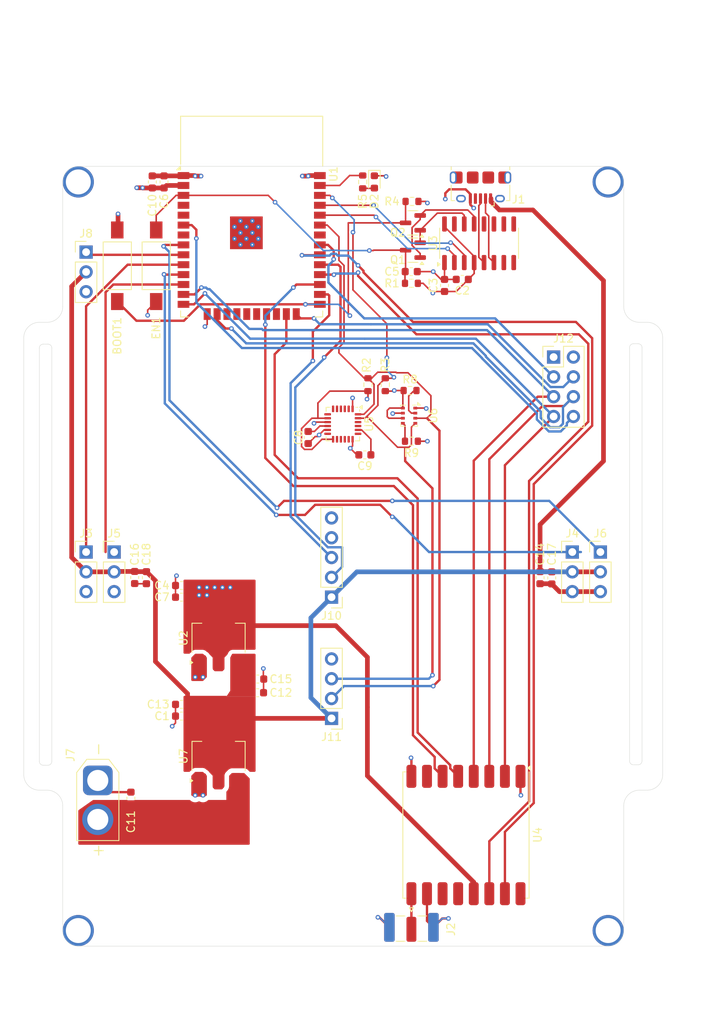
<source format=kicad_pcb>
(kicad_pcb (version 20241229) (generator "pcbnew") (generator_version "9.0")
  (layers (0 "F.Cu" signal) (4 "In1.Cu" power) (6 "In2.Cu" power) (2 "B.Cu" signal) (13 "F.Paste" user) (15 "B.Paste" user) (5 "F.SilkS" user "F.Silkscreen") (7 "B.SilkS" user "B.Silkscreen") (1 "F.Mask" user) (3 "B.Mask" user) (25 "Edge.Cuts" user))
  (net 0 "")
  (net 1 "GND")
  (net 2 "ESP32_IO0")
  (net 3 "+5V")
  (net 4 "+3V3")
  (net 5 "ESP32_EN")
  (net 6 "Net-(U5-REGOUT)")
  (net 7 "Net-(U5-CPOUT)")
  (net 8 "+BATT")
  (net 9 "Net-(D2-A)")
  (net 11 "D+")
  (net 13 "D-")
  (net 14 "Net-(J2-In)")
  (net 15 "SR1")
  (net 16 "SR2")
  (net 17 "SR3")
  (net 18 "SR4")
  (net 19 "MOTOR")
  (net 20 "UART_TX")
  (net 22 "UART_RX")
  (net 23 "SCL")
  (net 24 "SDA")
  (net 25 "MISO")
  (net 26 "MOSI")
  (net 27 "NRF_IRQ")
  (net 28 "NRF_CE")
  (net 29 "SCLK")
  (net 30 "NRF_CC")
  (net 31 "Net-(Q1-G)")
  (net 32 "Net-(Q1-S)")
  (net 33 "Net-(U1-IO23)")
  (net 34 "Net-(U6-CSB)")
  (net 35 "Net-(U6-SDO)")
  (net 36 "LORA_RST")
  (net 40 "RX-PROG")
  (net 41 "SS")
  (net 43 "DIO0")
  (net 47 "DIO1")
  (net 50 "TX-PROG")
  (net 61 "DIO2")
  (net 75 "MPU_IRQ")
  (footprint "RF_Module:ESP32-WROOM-32" (layer "F.Cu") (at 117.25 39.435)
    (property "Reference" "U1")
    (property "Value" "ESP32-WROOM-32")
  )
  (footprint "Capacitor_SMD:C_0603_1608Metric" (layer "F.Cu") (at 154.2625 82.75 -90)
    (property "Reference" "C14")
    (property "Value" "C")
  )
  (footprint "Connector_Coaxial:SMA_Samtec_SMA-J-P-H-ST-EM1_EdgeMount" (layer "F.Cu") (at 137.75 127.8375 -90)
    (property "Reference" "J2")
    (property "Value" "Conn_Coaxial")
  )
  (footprint "Capacitor_SMD:C_0603_1608Metric" (layer "F.Cu") (at 118.025 95.75)
    (property "Reference" "C15")
    (property "Value" "C")
  )
  (footprint "Resistor_SMD:R_0603_1608Metric" (layer "F.Cu") (at 137.575 58.75)
    (property "Reference" "R8")
    (property "Value" "10K")
  )
  (footprint "Capacitor_SMD:C_0603_1608Metric" (layer "F.Cu") (at 104.5 32 90)
    (property "Reference" "C10")
    (property "Value" "C")
  )
  (footprint "Capacitor_SMD:C_0603_1608Metric" (layer "F.Cu") (at 137.725 43.5)
    (property "Reference" "C5")
    (property "Value" "C")
  )
  (footprint "Capacitor_SMD:C_0603_1608Metric" (layer "F.Cu") (at 131.775 67 180)
    (property "Reference" "C9")
    (property "Value" "C")
  )
  (footprint "Connector_USB:USB_Micro-B_Amphenol_10118194_Horizontal" (layer "F.Cu") (at 146.614428 32.734416 180)
    (property "Reference" "J1")
    (property "Value" "USB_B_Micro")
  )
  (footprint "Connector_PinHeader_2.54mm:PinHeader_1x03_P2.54mm_Vertical" (layer "F.Cu") (at 162 79.46)
    (property "Reference" "J6")
    (property "Value" "Conn_01x03")
  )
  (footprint "Connector_PinHeader_2.54mm:PinHeader_1x03_P2.54mm_Vertical" (layer "F.Cu") (at 99.6 79.46)
    (property "Reference" "J5")
    (property "Value" "Conn_01x03")
  )
  (footprint "Connector_PinHeader_2.54mm:PinHeader_2x04_P2.54mm_Vertical" (layer "F.Cu") (at 156 54.46)
    (property "Reference" "J12")
    (property "Value" "Conn_02x04_Odd_Even")
  )
  (footprint "Connector_PinHeader_2.54mm:PinHeader_1x05_P2.54mm_Vertical" (layer "F.Cu") (at 127.5 85.25 180)
    (property "Reference" "J10")
    (property "Value" "Conn_01x05_Pin")
  )
  (footprint "Connector_PinHeader_2.54mm:PinHeader_1x04_P2.54mm_Vertical" (layer "F.Cu") (at 127.5 100.79 180)
    (property "Reference" "J11")
    (property "Value" "Conn_01x04_Pin")
  )
  (footprint "Resistor_SMD:R_0603_1608Metric" (layer "F.Cu") (at 134.4 58 -90)
    (property "Reference" "R3")
    (property "Value" "R_Small")
  )
  (footprint "Package_TO_SOT_SMD:SOT-223-3_TabPin2" (layer "F.Cu") (at 113 105.65 90)
    (property "Reference" "U7")
    (property "Value" "AMS1117-5")
  )
  (footprint "Capacitor_SMD:C_0603_1608Metric" (layer "F.Cu") (at 101.75 111.025 90)
    (property "Reference" "C11")
    (property "Value" "C")
  )
  (footprint "Capacitor_SMD:C_0603_1608Metric" (layer "F.Cu") (at 108.25 83.75 180)
    (property "Reference" "C4")
    (property "Value" "C")
  )
  (footprint "Capacitor_SMD:C_0603_1608Metric" (layer "F.Cu") (at 144.275 44.5 180)
    (property "Reference" "C2")
    (property "Value" "C")
  )
  (footprint "RF_Module:HOPERF_RFM9XW_SMD" (layer "F.Cu") (at 144.75 115.75 -90)
    (property "Reference" "U4")
    (property "Value" "RFM95W-868S2")
  )
  (footprint "Connector_PinHeader_2.54mm:PinHeader_1x03_P2.54mm_Vertical" (layer "F.Cu") (at 96 79.46)
    (property "Reference" "J3")
    (property "Value" "Conn_01x03")
  )
  (footprint "Package_TO_SOT_SMD:SOT-23" (layer "F.Cu") (at 137.9375 37.25 180)
    (property "Reference" "Q2")
    (property "Value" "BSS138")
  )
  (footprint "Capacitor_SMD:C_0603_1608Metric" (layer "F.Cu") (at 118 97.5)
    (property "Reference" "C12")
    (property "Value" "C")
  )
  (footprint "Package_TO_SOT_SMD:SOT-223-3_TabPin2" (layer "F.Cu") (at 113 90.5 90)
    (property "Reference" "U2")
    (property "Value" "AMS1117-3.3")
  )
  (footprint "Package_TO_SOT_SMD:SOT-23" (layer "F.Cu") (at 137.9375 40.75 180)
    (property "Reference" "Q1")
    (property "Value" "BSS138")
  )
  (footprint "Capacitor_SMD:C_0603_1608Metric" (layer "F.Cu") (at 108.25 85.25)
    (property "Reference" "C7")
    (property "Value" "C")
  )
  (footprint "Button_Switch_SMD:SW_SPST_FSMSM" (layer "F.Cu") (at 105 42.75 90)
    (property "Reference" "EN1")
    (property "Value" "SW_Push")
  )
  (footprint "Capacitor_SMD:C_0603_1608Metric" (layer "F.Cu") (at 108.25 99 180)
    (property "Reference" "C13")
    (property "Value" "C")
  )
  (footprint "Capacitor_SMD:C_0603_1608Metric" (layer "F.Cu") (at 102.2375 82.725 -90)
    (property "Reference" "C16")
    (property "Value" "C")
  )
  (footprint "Capacitor_SMD:C_0603_1608Metric" (layer "F.Cu") (at 155.7625 82.775 -90)
    (property "Reference" "C17")
    (property "Value" "C")
  )
  (footprint "Sensor_Motion:InvenSense_QFN-24_4x4mm_P0.5mm" (layer "F.Cu") (at 128.95 63.05 -90)
    (property "Reference" "U5")
    (property "Value" "MPU-6050")
  )
  (footprint "Capacitor_SMD:C_0603_1608Metric" (layer "F.Cu") (at 124.5 64.775 -90)
    (property "Reference" "C8")
    (property "Value" "C")
  )
  (footprint "Connector_PinHeader_2.54mm:PinHeader_1x03_P2.54mm_Vertical" (layer "F.Cu") (at 158.4 79.46)
    (property "Reference" "J4")
    (property "Value" "Conn_01x03")
  )
  (footprint "Button_Switch_SMD:SW_SPST_FSMSM" (layer "F.Cu") (at 100 42.75 90)
    (property "Reference" "BOOT1")
    (property "Value" "SW_Push")
  )
  (footprint "Capacitor_SMD:C_0603_1608Metric" (layer "F.Cu") (at 103.7375 82.75 -90)
    (property "Reference" "C18")
    (property "Value" "C")
  )
  (footprint "Resistor_SMD:R_0603_1608Metric" (layer "F.Cu") (at 137.825 34.5 180)
    (property "Reference" "R4")
    (property "Value" "R_Small")
  )
  (footprint "Resistor_SMD:R_0603_1608Metric" (layer "F.Cu") (at 137.75 65.25)
    (property "Reference" "R9")
    (property "Value" "10K")
  )
  (footprint "Connector_AMASS:AMASS_XT30U-F_1x02_P5.0mm_Vertical" (layer "F.Cu") (at 97.5 108.75 -90)
    (property "Reference" "J7")
    (property "Value" "Conn_01x02")
  )
  (footprint "Capacitor_SMD:C_0603_1608Metric" (layer "F.Cu") (at 142 45.275 90)
    (property "Reference" "C3")
    (property "Value" "C")
  )
  (footprint "Resistor_SMD:R_0603_1608Metric" (layer "F.Cu") (at 131.5 32 -90)
    (property "Reference" "R5")
    (property "Value" "R_Small")
  )
  (footprint "Resistor_SMD:R_0603_1608Metric" (layer "F.Cu") (at 132.175 58 -90)
    (property "Reference" "R2")
    (property "Value" "R_Small")
  )
  (footprint "Capacitor_SMD:C_0603_1608Metric" (layer "F.Cu") (at 108.25 100.5 180)
    (property "Reference" "C1")
    (property "Value" "C")
  )
  (footprint "LED_SMD:LED_0603_1608Metric" (layer "F.Cu") (at 133 32 -90)
    (property "Reference" "D2")
    (property "Value" "LED")
  )
  (footprint "Package_SO:SOIC-16_3.9x9.9mm_P1.27mm" (layer "F.Cu") (at 146.437641 39.867294 90)
    (property "Reference" "U3")
    (property "Value" "CH340C")
  )
  (footprint "Connector_PinHeader_2.54mm:PinHeader_1x03_P2.54mm_Vertical" (layer "F.Cu") (at 96 41)
    (property "Reference" "J8")
    (property "Value" "Conn_01x03")
  )
  (footprint "Package_LGA:Bosch_LGA-8_2x2.5mm_P0.65mm_ClockwisePinNumbering" (layer "F.Cu") (at 137.45 61.975 -90)
    (property "Reference" "U6")
    (property "Value" "BMP280")
  )
  (footprint "Capacitor_SMD:C_0603_1608Metric" (layer "F.Cu") (at 106 32 90)
    (property "Reference" "C6")
    (property "Value" "C")
  )
  (footprint "Resistor_SMD:R_0603_1608Metric" (layer "F.Cu") (at 137.75 45 180)
    (property "Reference" "R1")
    (property "Value" "R_Small")
  )
  (gr_arc (start 93 32) (mid 93.585786 30.585786) (end 95 30) (stroke (width 0.05)) (layer "Edge.Cuts"))
  (gr_line (start 163 130) (end 95 130) (stroke (width 0.05)) (layer "Edge.Cuts"))
  (gr_line (start 165 112) (end 165 128) (stroke (width 0.05)) (layer "Edge.Cuts"))
  (gr_arc (start 93 48) (mid 92.414214 49.414214) (end 91 50) (stroke (width 0.05)) (layer "Edge.Cuts"))
  (gr_line (start 90 53.3) (end 90 106.3) (stroke (width 0.05)) (layer "Edge.Cuts"))
  (gr_arc (start 90 53.3) (mid 90.146447 52.946447) (end 90.5 52.8) (stroke (width 0.05)) (layer "Edge.Cuts"))
  (gr_line (start 90 110) (end 91 110) (stroke (width 0.05)) (layer "Edge.Cuts"))
  (gr_line (start 165.746447 53.246447) (end 165.746447 106.246447) (stroke (width 0.05)) (layer "Edge.Cuts"))
  (gr_arc (start 165.746447 53.246447) (mid 165.892894 52.892894) (end 166.246447 52.746447) (stroke (width 0.05)) (layer "Edge.Cuts"))
  (gr_arc (start 90 110) (mid 88.585786 109.414214) (end 88 108) (stroke (width 0.05)) (layer "Edge.Cuts"))
  (gr_arc (start 91 110) (mid 92.414214 110.585786) (end 93 112) (stroke (width 0.05)) (layer "Edge.Cuts"))
  (gr_line (start 163 30) (end 95 30) (stroke (width 0.05)) (layer "Edge.Cuts"))
  (gr_arc (start 167.346447 106.246447) (mid 167.2 106.6) (end 166.846447 106.746447) (stroke (width 0.05)) (layer "Edge.Cuts"))
  (gr_line (start 93 112) (end 93 128) (stroke (width 0.05)) (layer "Edge.Cuts"))
  (gr_line (start 93 32) (end 93 48) (stroke (width 0.05)) (layer "Edge.Cuts"))
  (gr_line (start 91 50) (end 90 50) (stroke (width 0.05)) (layer "Edge.Cuts"))
  (gr_arc (start 90.5 106.8) (mid 90.146447 106.653553) (end 90 106.3) (stroke (width 0.05)) (layer "Edge.Cuts"))
  (gr_arc (start 165 112) (mid 165.585786 110.585786) (end 167 110) (stroke (width 0.05)) (layer "Edge.Cuts"))
  (gr_line (start 166.246447 106.746447) (end 166.846447 106.746447) (stroke (width 0.05)) (layer "Edge.Cuts"))
  (gr_line (start 88 52) (end 88 108) (stroke (width 0.05)) (layer "Edge.Cuts"))
  (gr_line (start 170 52) (end 170 108) (stroke (width 0.05)) (layer "Edge.Cuts"))
  (gr_arc (start 170 108) (mid 169.414214 109.414214) (end 168 110) (stroke (width 0.05)) (layer "Edge.Cuts"))
  (gr_arc (start 168 50) (mid 169.414214 50.585786) (end 170 52) (stroke (width 0.05)) (layer "Edge.Cuts"))
  (gr_line (start 165 32) (end 165 48) (stroke (width 0.05)) (layer "Edge.Cuts"))
  (gr_arc (start 163 30) (mid 164.414214 30.585786) (end 165 32) (stroke (width 0.05)) (layer "Edge.Cuts"))
  (gr_arc (start 95 130) (mid 93.585786 129.414214) (end 93 128) (stroke (width 0.05)) (layer "Edge.Cuts"))
  (gr_line (start 167.346447 106.246447) (end 167.346447 53.246447) (stroke (width 0.05)) (layer "Edge.Cuts"))
  (gr_arc (start 91.6 106.3) (mid 91.453553 106.653553) (end 91.1 106.8) (stroke (width 0.05)) (layer "Edge.Cuts"))
  (gr_arc (start 88 52) (mid 88.585786 50.585786) (end 90 50) (stroke (width 0.05)) (layer "Edge.Cuts"))
  (gr_arc (start 166.246447 106.746447) (mid 165.892894 106.6) (end 165.746447 106.246447) (stroke (width 0.05)) (layer "Edge.Cuts"))
  (gr_line (start 91.6 106.3) (end 91.6 53.3) (stroke (width 0.05)) (layer "Edge.Cuts"))
  (gr_line (start 167 50) (end 168 50) (stroke (width 0.05)) (layer "Edge.Cuts"))
  (gr_arc (start 167 50) (mid 165.585786 49.414214) (end 165 48) (stroke (width 0.05)) (layer "Edge.Cuts"))
  (gr_arc (start 165 128) (mid 164.414214 129.414214) (end 163 130) (stroke (width 0.05)) (layer "Edge.Cuts"))
  (gr_line (start 90.5 106.8) (end 91.1 106.8) (stroke (width 0.05)) (layer "Edge.Cuts"))
  (gr_line (start 91.1 52.8) (end 90.5 52.8) (stroke (width 0.05)) (layer "Edge.Cuts"))
  (gr_arc (start 91.1 52.8) (mid 91.453553 52.946447) (end 91.6 53.3) (stroke (width 0.05)) (layer "Edge.Cuts"))
  (gr_line (start 168 110) (end 167 110) (stroke (width 0.05)) (layer "Edge.Cuts"))
  (gr_line (start 166.846447 52.746447) (end 166.246447 52.746447) (stroke (width 0.05)) (layer "Edge.Cuts"))
  (gr_arc (start 166.846447 52.746447) (mid 167.2 52.892894) (end 167.346447 53.246447) (stroke (width 0.05)) (layer "Edge.Cuts"))
  (segment (start 156.7525 84.54) (end 155.7625 83.55) (width 0.6) (layer "F.Cu") (net 1))
  (segment (start 162 84.54) (end 158.4 84.54) (width 0.6) (layer "F.Cu") (net 1))
  (segment (start 107.475 82.625) (end 107.6 82.5) (width 0.2) (layer "F.Cu") (net 1))
  (segment (start 145.314428 33.564428) (end 144.7 32.95) (width 0.3) (layer "F.Cu") (net 1))
  (segment (start 130.2 65.85) (end 129.9 66.15) (width 0.2) (layer "F.Cu") (net 1))
  (segment (start 142 44.5) (end 142 42.349653) (width 0.2) (layer "F.Cu") (net 1))
  (segment (start 125.9 64.441176) (end 125.9 64.45) (width 0.2) (layer "F.Cu") (net 1))
  (segment (start 142.1 33.45) (end 142.1 34.2) (width 0.3) (layer "F.Cu") (net 1))
  (segment (start 134.4125 31.2125) (end 134.5 31.3) (width 0.2) (layer "F.Cu") (net 1))
  (segment (start 110.75 31.25) (end 110 31.25) (width 0.6) (layer "F.Cu") (net 1))
  (segment (start 154.2625 83.525) (end 155.7375 83.525) (width 0.6) (layer "F.Cu") (net 1))
  (segment (start 131 67) (end 130.75 67) (width 0.2) (layer "F.Cu") (net 1))
  (segment (start 100.1 38.06) (end 100 38.16) (width 0.6) (layer "F.Cu") (net 1))
  (segment (start 100.1 36.1) (end 100.1 38.06) (width 0.6) (layer "F.Cu") (net 1))
  (segment (start 118.775 95.775) (end 118.8 95.75) (width 0.2) (layer "F.Cu") (net 1))
  (segment (start 118.75 95.7) (end 118.8 95.75) (width 0.2) (layer "F.Cu") (net 1))
  (segment (start 130.75 67) (end 129.9 66.15) (width 0.2) (layer "F.Cu") (net 1))
  (segment (start 127 63.8) (end 126.541176 63.8) (width 0.2) (layer "F.Cu") (net 1))
  (segment (start 118.775 97.5) (end 118.775 95.775) (width 0.2) (layer "F.Cu") (net 1))
  (segment (start 151.75 110.6) (end 151.8 110.65) (width 0.3) (layer "F.Cu") (net 1))
  (segment (start 126.541176 63.8) (end 125.9 64.441176) (width 0.2) (layer "F.Cu") (net 1))
  (segment (start 108.46 31.225) (end 108.5 31.185) (width 0.6) (layer "F.Cu") (net 1))
  (segment (start 104.5 31.225) (end 106 31.225) (width 0.6) (layer "F.Cu") (net 1))
  (segment (start 111.54 48.945) (end 111.54 50.26) (width 0.2) (layer "F.Cu") (net 1))
  (segment (start 141.7125 126.45) (end 140.575 127.5875) (width 0.3) (layer "F.Cu") (net 1))
  (segment (start 139.6 61) (end 139.65 61.05) (width 0.2) (layer "F.Cu") (net 1))
  (segment (start 139.75 123.275) (end 139.75 126.7625) (width 0.3) (layer "F.Cu") (net 1))
  (segment (start 130.2 65) (end 130.2 65.85) (width 0.2) (layer "F.Cu") (net 1))
  (segment (start 124.5 65.55) (end 125.4 64.65) (width 0.2) (layer "F.Cu") (net 1))
  (segment (start 137.75 105.9) (end 137.7 105.85) (width 0.3) (layer "F.Cu") (net 1))
  (segment (start 125.7 64.65) (end 125.9 64.45) (width 0.2) (layer "F.Cu") (net 1))
  (segment (start 135.4 61.65) (end 135.35 61.7) (width 0.2) (layer "F.Cu") (net 1))
  (segment (start 111.54 50.26) (end 111.25 50.55) (width 0.2) (layer "F.Cu") (net 1))
  (segment (start 108.5 31.185) (end 109.935 31.185) (width 0.6) (layer "F.Cu") (net 1))
  (segment (start 107.475 101.375) (end 107.05 101.8) (width 0.2) (layer "F.Cu") (net 1))
  (segment (start 142.5 126.45) (end 141.7125 126.45) (width 0.3) (layer "F.Cu") (net 1))
  (segment (start 107.475 83.75) (end 107.475 82.625) (width 0.2) (layer "F.Cu") (net 1))
  (segment (start 106 31.225) (end 108.46 31.225) (width 0.6) (layer "F.Cu") (net 1))
  (segment (start 101.75 110.25) (end 99 110.25) (width 0.3) (layer "F.Cu") (net 1))
  (segment (start 102.2625 83.525) (end 102.2375 83.5) (width 0.2) (layer "F.Cu") (net 1))
  (segment (start 151.75 108.225) (end 151.75 110.6) (width 0.3) (layer "F.Cu") (net 1))
  (segment (start 143.5 44.5) (end 142 44.5) (width 0.2) (layer "F.Cu") (net 1))
  (segment (start 103.9 48.44) (end 103.9 49.1) (width 0.2) (layer "F.Cu") (net 1))
  (segment (start 126 31.185) (end 124.565 31.185) (width 0.6) (layer "F.Cu") (net 1))
  (segment (start 137.75 108.225) (end 137.75 105.9) (width 0.3) (layer "F.Cu") (net 1))
  (segment (start 138.575 65.25) (end 139.8 65.25) (width 0.2) (layer "F.Cu") (net 1))
  (segment (start 133.6375 126.3) (end 134.925 127.5875) (width 0.3) (layer "F.Cu") (net 1))
  (segment (start 107.475 100.5) (end 107.475 101.375) (width 0.2) (layer "F.Cu") (net 1))
  (segment (start 145.314428 34.134416) (end 145.314428 33.564428) (width 0.3) (layer "F.Cu") (net 1))
  (segment (start 130.2 61.1) (end 130.2 59.7) (width 0.2) (layer "F.Cu") (net 1))
  (segment (start 105 47.34) (end 103.9 48.44) (width 0.2) (layer "F.Cu") (net 1))
  (segment (start 125.4 64.65) (end 125.7 64.65) (width 0.2) (layer "F.Cu") (net 1))
  (segment (start 144.7 32.95) (end 142.6 32.95) (width 0.3) (layer "F.Cu") (net 1))
  (segment (start 136.65 61.65) (end 135.4 61.65) (width 0.2) (layer "F.Cu") (net 1))
  (segment (start 99 110.25) (end 97.5 108.75) (width 0.3) (layer "F.Cu") (net 1))
  (segment (start 142 42.349653) (end 141.992641 42.342294) (width 0.2) (layer "F.Cu") (net 1))
  (segment (start 107.475 99) (end 107.475 100.5) (width 0.2) (layer "F.Cu") (net 1))
  (segment (start 133 31.2125) (end 134.4125 31.2125) (width 0.2) (layer "F.Cu") (net 1))
  (segment (start 145.75 35.35) (end 145.314428 34.914428) (width 0.3) (layer "F.Cu") (net 1))
  (segment (start 124.565 31.185) (end 124.5 31.25) (width 0.6) (layer "F.Cu") (net 1))
  (segment (start 123.75 31.25) (end 124.5 31.25) (width 0.6) (layer "F.Cu") (net 1))
  (segment (start 109.935 31.185) (end 110 31.25) (width 0.6) (layer "F.Cu") (net 1))
  (segment (start 158.4 84.54) (end 156.7525 84.54) (width 0.6) (layer "F.Cu") (net 1))
  (segment (start 141.55 44.5) (end 140.55 43.5) (width 0.2) (layer "F.Cu") (net 1))
  (segment (start 142 44.5) (end 141.55 44.5) (width 0.2) (layer "F.Cu") (net 1))
  (segment (start 107.475 85.25) (end 107.475 83.75) (width 0.2) (layer "F.Cu") (net 1))
  (segment (start 118.75 94.4) (end 118.75 95.7) (width 0.2) (layer "F.Cu") (net 1))
  (segment (start 133.45 126.3) (end 133.6375 126.3) (width 0.3) (layer "F.Cu") (net 1))
  (segment (start 125.4 62.8) (end 125.25 62.95) (width 0.2) (layer "F.Cu") (net 1))
  (segment (start 138.5 43.5) (end 140.55 43.5) (width 0.2) (layer "F.Cu") (net 1))
  (segment (start 142.6 32.95) (end 142.1 33.45) (width 0.3) (layer "F.Cu") (net 1))
  (segment (start 138.25 61) (end 139.6 61) (width 0.2) (layer "F.Cu") (net 1))
  (segment (start 127 62.8) (end 125.4 62.8) (width 0.2) (layer "F.Cu") (net 1))
  (segment (start 145.314428 34.914428) (end 145.314428 34.134416) (width 0.3) (layer "F.Cu") (net 1))
  (segment (start 139.75 126.7625) (end 140.575 127.5875) (width 0.3) (layer "F.Cu") (net 1))
  (segment (start 103.7375 83.525) (end 102.2625 83.525) (width 0.2) (layer "F.Cu") (net 1))
  (via (at 100.1 36.1) (size 0.6) (drill 0.3) (layers "F.Cu" "B.Cu") (net 1))
  (via (at 142.1 34.2) (size 0.6) (drill 0.3) (layers "F.Cu" "B.Cu") (net 1))
  (via (at 145.75 35.35) (size 0.6) (drill 0.3) (layers "F.Cu" "B.Cu") (net 1))
  (via (at 123.75 31.25) (size 0.6) (drill 0.3) (layers "F.Cu" "B.Cu") (net 1))
  (via (at 110 31.25) (size 0.6) (drill 0.3) (layers "F.Cu" "B.Cu") (net 1))
  (via (at 142.5 126.45) (size 0.6) (drill 0.3) (layers "F.Cu" "B.Cu") (net 1))
  (via (at 110.75 31.25) (size 0.6) (drill 0.3) (layers "F.Cu" "B.Cu") (net 1))
  (via (at 134.5 31.3) (size 0.6) (drill 0.3) (layers "F.Cu" "B.Cu") (net 1))
  (via (at 95 128) (size 4) (drill 3.2) (layers "F.Cu" "B.Cu") (net 1))
  (via (at 163 128) (size 4) (drill 3.2) (layers "F.Cu" "B.Cu") (net 1))
  (via (at 124.5 31.25) (size 0.6) (drill 0.3) (layers "F.Cu" "B.Cu") (net 1))
  (via (at 137.7 105.85) (size 0.6) (drill 0.3) (layers "F.Cu" "B.Cu") (net 1))
  (via (at 111.25 50.55) (size 0.6) (drill 0.3) (layers "F.Cu" "B.Cu") (net 1))
  (via (at 125.25 62.95) (size 0.6) (drill 0.3) (layers "F.Cu" "B.Cu") (net 1))
  (via (at 111 110.65) (size 0.6) (drill 0.3) (layers "F.Cu" "B.Cu") (net 1))
  (via (at 95 32) (size 4) (drill 3.2) (layers "F.Cu" "B.Cu") (net 1))
  (via (at 139.65 61.05) (size 0.6) (drill 0.3) (layers "F.Cu" "B.Cu") (net 1))
  (via (at 163 32) (size 4) (drill 3.2) (layers "F.Cu" "B.Cu") (net 1))
  (via (at 129.9 66.15) (size 0.6) (drill 0.3) (layers "F.Cu" "B.Cu") (net 1))
  (via (at 107.6 82.5) (size 0.6) (drill 0.3) (layers "F.Cu" "B.Cu") (net 1))
  (via (at 125.9 64.45) (size 0.6) (drill 0.3) (layers "F.Cu" "B.Cu") (net 1))
  (via (at 107.05 101.8) (size 0.6) (drill 0.3) (layers "F.Cu" "B.Cu") (net 1))
  (via (at 130.2 59.7) (size 0.6) (drill 0.3) (layers "F.Cu" "B.Cu") (net 1))
  (via (at 151.8 110.65) (size 0.6) (drill 0.3) (layers "F.Cu" "B.Cu") (net 1))
  (via (at 135.35 61.7) (size 0.6) (drill 0.3) (layers "F.Cu" "B.Cu") (net 1))
  (via (at 111 95.5) (size 0.6) (drill 0.3) (layers "F.Cu" "B.Cu") (net 1))
  (via (at 110 95.5) (size 0.6) (drill 0.3) (layers "F.Cu" "B.Cu") (net 1))
  (via (at 103.9 49.1) (size 0.6) (drill 0.3) (layers "F.Cu" "B.Cu") (net 1))
  (via (at 133.45 126.3) (size 0.6) (drill 0.3) (layers "F.Cu" "B.Cu") (net 1))
  (via (at 139.8 65.25) (size 0.6) (drill 0.3) (layers "F.Cu" "B.Cu") (net 1))
  (via (at 140.55 43.5) (size 0.6) (drill 0.3) (layers "F.Cu" "B.Cu") (net 1))
  (via (at 118.75 94.4) (size 0.6) (drill 0.3) (layers "F.Cu" "B.Cu") (net 1))
  (via (at 110 110.65) (size 0.6) (drill 0.3) (layers "F.Cu" "B.Cu") (net 1))
  (segment (start 133.6375 126.3) (end 133.45 126.3) (width 0.2) (layer "B.Cu") (net 1))
  (segment (start 134.925 127.5875) (end 133.6375 126.3) (width 0.2) (layer "B.Cu") (net 1))
  (segment (start 140.575 127.5875) (end 141.7125 126.45) (width 0.2) (layer "B.Cu") (net 1))
  (segment (start 141.7125 126.45) (end 142.5 126.45) (width 0.2) (layer "B.Cu") (net 1))
  (segment (start 102.46 49.8) (end 108.55 49.8) (width 0.3) (layer "F.Cu") (net 2))
  (segment (start 100 47.34) (end 102.46 49.8) (width 0.3) (layer "F.Cu") (net 2))
  (segment (start 110.655 47.695) (end 124.15 47.695) (width 0.3) (layer "F.Cu") (net 2))
  (segment (start 137 37.25) (end 129.65 37.25) (width 0.2) (layer "F.Cu") (net 2))
  (segment (start 108.55 49.8) (end 110.655 47.695) (width 0.3) (layer "F.Cu") (net 2))
  (segment (start 129.65 48.95) (end 129.85 49.15) (width 0.2) (layer "F.Cu") (net 2))
  (segment (start 124.15 47.695) (end 126 47.695) (width 0.3) (layer "F.Cu") (net 2))
  (segment (start 137 34.5) (end 137 37.25) (width 0.2) (layer "F.Cu") (net 2))
  (segment (start 129.65 37.25) (end 129.65 48.95) (width 0.2) (layer "F.Cu") (net 2))
  (via (at 129.85 49.15) (size 0.6) (drill 0.3) (layers "F.Cu" "B.Cu") (net 2))
  (via (at 124.15 47.695) (size 0.6) (drill 0.3) (layers "F.Cu" "B.Cu") (net 2))
  (segment (start 128.395 47.695) (end 124.15 47.695) (width 0.2) (layer "B.Cu") (net 2))
  (segment (start 129.85 49.15) (end 128.395 47.695) (width 0.2) (layer "B.Cu") (net 2))
  (segment (start 147.965428 34.134416) (end 147.965428 34.515688) (width 0.6) (layer "F.Cu") (net 3))
  (segment (start 109.025 97.625) (end 104.9 93.5) (width 0.6) (layer "F.Cu") (net 3))
  (segment (start 99.65 81.95) (end 99.6 82) (width 0.6) (layer "F.Cu") (net 3))
  (segment (start 127.5 100.79) (end 116.84 100.79) (width 0.6) (layer "F.Cu") (net 3))
  (segment (start 96 43.54) (end 94.15 45.39) (width 0.6) (layer "F.Cu") (net 3))
  (segment (start 116.84 100.79) (end 116.7 100.65) (width 0.6) (layer "F.Cu") (net 3))
  (segment (start 154.2625 75.9375) (end 154.2625 81.975) (width 0.6) (layer "F.Cu") (net 3))
  (segment (start 102.2625 81.975) (end 102.2375 81.95) (width 0.6) (layer "F.Cu") (net 3))
  (segment (start 109.025 99) (end 109.025 97.625) (width 0.6) (layer "F.Cu") (net 3))
  (segment (start 104.9 93.5) (end 104.9 83.1375) (width 0.6) (layer "F.Cu") (net 3))
  (segment (start 103.7375 81.975) (end 102.2625 81.975) (width 0.6) (layer "F.Cu") (net 3))
  (segment (start 153.35 35.6) (end 162.4 44.65) (width 0.6) (layer "F.Cu") (net 3))
  (segment (start 162 82) (end 158.4 82) (width 0.6) (layer "F.Cu") (net 3))
  (segment (start 102.2375 81.95) (end 99.65 81.95) (width 0.6) (layer "F.Cu") (net 3))
  (segment (start 94.15 80.15) (end 96 82) (width 0.6) (layer "F.Cu") (net 3))
  (segment (start 94.15 45.39) (end 94.15 80.15) (width 0.6) (layer "F.Cu") (net 3))
  (segment (start 104.9 83.1375) (end 103.7375 81.975) (width 0.6) (layer "F.Cu") (net 3))
  (segment (start 158.4 82) (end 155.7625 82) (width 0.6) (layer "F.Cu") (net 3))
  (segment (start 96 82) (end 99.6 82) (width 0.6) (layer "F.Cu") (net 3))
  (segment (start 102.1875 82) (end 102.2375 81.95) (width 0.6) (layer "F.Cu") (net 3))
  (segment (start 154.2625 81.975) (end 155.7375 81.975) (width 0.6) (layer "F.Cu") (net 3))
  (segment (start 149.04974 35.6) (end 153.35 35.6) (width 0.6) (layer "F.Cu") (net 3))
  (segment (start 147.965428 34.515688) (end 149.04974 35.6) (width 0.6) (layer "F.Cu") (net 3))
  (segment (start 162.4 44.65) (end 162.4 67.8) (width 0.6) (layer "F.Cu") (net 3))
  (segment (start 162.4 67.8) (end 154.2625 75.9375) (width 0.6) (layer "F.Cu") (net 3))
  (segment (start 124.85 87.9) (end 127.5 85.25) (width 0.6) (layer "B.Cu") (net 3))
  (segment (start 124.85 98.14) (end 124.85 87.9) (width 0.6) (layer "B.Cu") (net 3))
  (segment (start 130.75 82) (end 127.5 85.25) (width 0.6) (layer "B.Cu") (net 3))
  (segment (start 130.75 82) (end 158.4 82) (width 0.6) (layer "B.Cu") (net 3))
  (segment (start 127.5 100.79) (end 124.85 98.14) (width 0.6) (layer "B.Cu") (net 3))
  (segment (start 132.175 58.825) (end 132.175 59.725) (width 0.2) (layer "F.Cu") (net 4))
  (segment (start 145.75 121.8) (end 132.1 108.15) (width 0.6) (layer "F.Cu") (net 4))
  (segment (start 145.75 123.275) (end 145.75 121.8) (width 0.6) (layer "F.Cu") (net 4))
  (segment (start 136.65 58.85) (end 136.75 58.75) (width 0.2) (layer "F.Cu") (net 4))
  (segment (start 132.1 99.35) (end 132.1 92.95) (width 0.6) (layer "F.Cu") (net 4))
  (segment (start 140.5 46.25) (end 139.25 45) (width 0.2) (layer "F.Cu") (net 4))
  (segment (start 104.5 32.775) (end 106 32.775) (width 0.6) (layer "F.Cu") (net 4))
  (segment (start 134.65 62.1) (end 134.65 61.3) (width 0.2) (layer "F.Cu") (net 4))
  (segment (start 136.75 58.75) (end 135.55 58.75) (width 0.2) (layer "F.Cu") (net 4))
  (segment (start 126.27511 65) (end 127.7 65) (width 0.2) (layer "F.Cu") (net 4))
  (segment (start 134.95 61) (end 136.65 61) (width 0.2) (layer "F.Cu") (net 4))
  (segment (start 104.5 32.775) (end 103.275 32.775) (width 0.6) (layer "F.Cu") (net 4))
  (segment (start 139.25 45) (end 138.575 45) (width 0.2) (layer "F.Cu") (net 4))
  (segment (start 132.175 58.825) (end 127.275 58.825) (width 0.2) (layer "F.Cu") (net 4))
  (segment (start 128.05 88.9) (end 116.25 88.9) (width 0.6) (layer "F.Cu") (net 4))
  (segment (start 139.6 34.5) (end 139.8 34.7) (width 0.2) (layer "F.Cu") (net 4))
  (segment (start 132.175 59.725) (end 132.05 59.85) (width 0.2) (layer "F.Cu") (net 4))
  (segment (start 142 46.05) (end 140.7 46.05) (width 0.2) (layer "F.Cu") (net 4))
  (segment (start 140.7 46.05) (end 140.5 46.25) (width 0.2) (layer "F.Cu") (net 4))
  (segment (start 134.075 58.75) (end 134 58.825) (width 0.2) (layer "F.Cu") (net 4))
  (segment (start 134.4 58.825) (end 135.475 58.825) (width 0.2) (layer "F.Cu") (net 4))
  (segment (start 103.275 32.775) (end 103.25 32.75) (width 0.6) (layer "F.Cu") (net 4))
  (segment (start 123.65 65.92511) (end 124.02589 66.301) (width 0.2) (layer "F.Cu") (net 4))
  (segment (start 106.32 32.455) (end 106 32.775) (width 0.6) (layer "F.Cu") (net 4))
  (segment (start 141.992641 37.739262) (end 141.992641 37.392294) (width 0.2) (layer "F.Cu") (net 4))
  (segment (start 136.65 61) (end 136.65 58.85) (width 0.2) (layer "F.Cu") (net 4))
  (segment (start 102.5 32.75) (end 103.25 32.75) (width 0.6) (layer "F.Cu") (net 4))
  (segment (start 132.1 92.95) (end 128.05 88.9) (width 0.6) (layer "F.Cu") (net 4))
  (segment (start 124.97411 66.301) (end 126.27511 65) (width 0.2) (layer "F.Cu") (net 4))
  (segment (start 132.1 108.15) (end 132.1 99.35) (width 0.6) (layer "F.Cu") (net 4))
  (segment (start 108.5 32.455) (end 106.32 32.455) (width 0.6) (layer "F.Cu") (net 4))
  (segment (start 125.75 60.35) (end 125.75 62.3) (width 0.2) (layer "F.Cu") (net 4))
  (segment (start 145.802641 43.747359) (end 145.802641 42.342294) (width 0.2) (layer "F.Cu") (net 4))
  (segment (start 145.05 44.5) (end 143.5 46.05) (width 0.2) (layer "F.Cu") (net 4))
  (segment (start 136.65 62.3) (end 134.85 62.3) (width 0.2) (layer "F.Cu") (net 4))
  (segment (start 127 62.3) (end 125.75 62.3) (width 0.2) (layer "F.Cu") (net 4))
  (segment (start 134.85 62.3) (end 134.65 62.1) (width 0.2) (layer "F.Cu") (net 4))
  (segment (start 145.802641 42.342294) (end 145.802641 41.549262) (width 0.2) (layer "F.Cu") (net 4))
  (segment (start 138.65 34.5) (end 139.6 34.5) (width 0.2) (layer "F.Cu") (net 4))
  (segment (start 135.475 58.825) (end 135.55 58.75) (width 0.2) (layer "F.Cu") (net 4))
  (segment (start 145.05 44.5) (end 145.802641 43.747359) (width 0.2) (layer "F.Cu") (net 4))
  (segment (start 124.02589 66.301) (end 124.97411 66.301) (width 0.2) (layer "F.Cu") (net 4))
  (segment (start 125.75 62.3) (end 124.97489 62.3) (width 0.2) (layer "F.Cu") (net 4))
  (segment (start 127.275 58.825) (end 125.75 60.35) (width 0.2) (layer "F.Cu") (net 4))
  (segment (start 116.25 88.9) (end 116.1 88.75) (width 0.6) (layer "F.Cu") (net 4))
  (segment (start 123.65 63.62489) (end 123.65 65.92511) (width 0.2) (layer "F.Cu") (net 4))
  (segment (start 145.802641 41.549262) (end 141.992641 37.739262) (width 0.2) (layer "F.Cu") (net 4))
  (segment (start 134.65 61.3) (end 134.95 61) (width 0.2) (layer "F.Cu") (net 4))
  (segment (start 124.97489 62.3) (end 123.65 63.62489) (width 0.2) (layer "F.Cu") (net 4))
  (segment (start 143.5 46.05) (end 142 46.05) (width 0.2) (layer "F.Cu") (net 4))
  (via (at 110.5 84) (size 0.6) (drill 0.3) (layers "F.Cu" "B.Cu") (net 4))
  (via (at 103.25 32.75) (size 0.6) (drill 0.3) (layers "F.Cu" "B.Cu") (net 4))
  (via (at 139.8 34.7) (size 0.6) (drill 0.3) (layers "F.Cu" "B.Cu") (net 4))
  (via (at 132.05 59.85) (size 0.6) (drill 0.3) (layers "F.Cu" "B.Cu") (net 4))
  (via (at 135.55 58.75) (size 0.6) (drill 0.3) (layers "F.Cu" "B.Cu") (net 4))
  (via (at 140.5 46.25) (size 0.6) (drill 0.3) (layers "F.Cu" "B.Cu") (net 4))
  (via (at 111.5 84) (size 0.6) (drill 0.3) (layers "F.Cu" "B.Cu") (net 4))
  (via (at 110.5 85) (size 0.6) (drill 0.3) (layers "F.Cu" "B.Cu") (net 4))
  (via (at 113.5 84) (size 0.6) (drill 0.3) (layers "F.Cu" "B.Cu") (net 4))
  (via (at 102.5 32.75) (size 0.6) (drill 0.3) (layers "F.Cu" "B.Cu") (net 4))
  (via (at 114.5 84) (size 0.6) (drill 0.3) (layers "F.Cu" "B.Cu") (net 4))
  (via (at 112.5 84) (size 0.6) (drill 0.3) (layers "F.Cu" "B.Cu") (net 4))
  (via (at 111.5 85) (size 0.6) (drill 0.3) (layers "F.Cu" "B.Cu") (net 4))
  (segment (start 136.95 43.05) (end 137 43) (width 0.2) (layer "F.Cu") (net 5))
  (segment (start 107.55 33.725) (end 105 36.275) (width 0.2) (layer "F.Cu") (net 5))
  (segment (start 132.85 40.8) (end 132.9 40.75) (width 0.2) (layer "F.Cu") (net 5))
  (segment (start 136.925 45) (end 136.925 43.525) (width 0.2) (layer "F.Cu") (net 5))
  (segment (start 132.9 40.75) (end 137 40.75) (width 0.2) (layer "F.Cu") (net 5))
  (segment (start 108.5 33.725) (end 119.375 33.725) (width 0.2) (layer "F.Cu") (net 5))
  (segment (start 108.5 33.725) (end 107.55 33.725) (width 0.2) (layer "F.Cu") (net 5))
  (segment (start 136.95 43.5) (end 136.95 43.05) (width 0.2) (layer "F.Cu") (net 5))
  (segment (start 136.925 43.525) (end 136.95 43.5) (width 0.2) (layer "F.Cu") (net 5))
  (segment (start 105 36.275) (end 105 38.16) (width 0.2) (layer "F.Cu") (net 5))
  (segment (start 137 43) (end 137 40.75) (width 0.2) (layer "F.Cu") (net 5))
  (segment (start 119.375 33.725) (end 120.25 34.6) (width 0.2) (layer "F.Cu") (net 5))
  (segment (start 132.35 40.8) (end 132.85 40.8) (width 0.2) (layer "F.Cu") (net 5))
  (via (at 132.35 40.8) (size 0.6) (drill 0.3) (layers "F.Cu" "B.Cu") (net 5))
  (via (at 120.25 34.6) (size 0.6) (drill 0.3) (layers "F.Cu" "B.Cu") (net 5))
  (segment (start 120.25 34.6) (end 126.45 40.8) (width 0.2) (layer "B.Cu") (net 5))
  (segment (start 128.250521 40.765) (end 128.285521 40.8) (width 0.2) (layer "B.Cu") (net 5))
  (segment (start 127.262829 40.8) (end 127.297829 40.765) (width 0.2) (layer "B.Cu") (net 5))
  (segment (start 126.45 40.8) (end 127.262829 40.8) (width 0.2) (layer "B.Cu") (net 5))
  (segment (start 127.297829 40.765) (end 128.250521 40.765) (width 0.2) (layer "B.Cu") (net 5))
  (segment (start 128.285521 40.8) (end 132.35 40.8) (width 0.2) (layer "B.Cu") (net 5))
  (segment (start 126 63.3) (end 127 63.3) (width 0.2) (layer "F.Cu") (net 6))
  (segment (start 125.3 64) (end 126 63.3) (width 0.2) (layer "F.Cu") (net 6))
  (segment (start 124.5 64) (end 125.3 64) (width 0.2) (layer "F.Cu") (net 6))
  (segment (start 130.9 63.8) (end 131.358824 63.8) (width 0.2) (layer "F.Cu") (net 7))
  (segment (start 131.358824 63.8) (end 132.55 64.991176) (width 0.2) (layer "F.Cu") (net 7))
  (segment (start 132.55 64.991176) (end 132.55 67) (width 0.2) (layer "F.Cu") (net 7))
  (segment (start 131.5 32.825) (end 132.9625 32.825) (width 0.2) (layer "F.Cu") (net 9))
  (segment (start 132.9625 32.825) (end 133 32.7875) (width 0.2) (layer "F.Cu") (net 9))
  (segment (start 146.403641 35.020202) (end 146.403641 41.673294) (width 0.2) (layer "F.Cu") (net 11))
  (segment (start 146.614428 34.809415) (end 146.403641 35.020202) (width 0.2) (layer "F.Cu") (net 11))
  (segment (start 146.403641 41.673294) (end 147.072641 42.342294) (width 0.2) (layer "F.Cu") (net 11))
  (segment (start 146.614428 34.134416) (end 146.614428 34.809415) (width 0.2) (layer "F.Cu") (net 11))
  (segment (start 147.673641 41.673294) (end 148.342641 42.342294) (width 0.2) (layer "F.Cu") (net 13))
  (segment (start 147.264428 35.967113) (end 147.673641 36.376326) (width 0.2) (layer "F.Cu") (net 13))
  (segment (start 147.264428 34.134416) (end 147.264428 35.967113) (width 0.2) (layer "F.Cu") (net 13))
  (segment (start 147.673641 36.376326) (end 147.673641 41.673294) (width 0.2) (layer "F.Cu") (net 13))
  (segment (start 137.75 123.275) (end 137.75 127.8375) (width 0.3) (layer "F.Cu") (net 14))
  (segment (start 101.327893 42.615) (end 108.5 42.615) (width 0.3) (layer "F.Cu") (net 15))
  (segment (start 96 47.942894) (end 101.327893 42.615) (width 0.3) (layer "F.Cu") (net 15))
  (segment (start 96 79.46) (end 96 47.942894) (width 0.3) (layer "F.Cu") (net 15))
  (segment (start 133.75 73.4) (end 135.3 74.95) (width 0.3) (layer "F.Cu") (net 16))
  (segment (start 125.4 73.4) (end 133.75 73.4) (width 0.3) (layer "F.Cu") (net 16))
  (segment (start 124.1 74.7) (end 125.4 73.4) (width 0.3) (layer "F.Cu") (net 16))
  (segment (start 106.035 43.885) (end 106 43.85) (width 0.3) (layer "F.Cu") (net 16))
  (segment (start 108.5 43.885) (end 106.035 43.885) (width 0.3) (layer "F.Cu") (net 16))
  (segment (start 120.4 74.7) (end 124.1 74.7) (width 0.3) (layer "F.Cu") (net 16))
  (via (at 106 43.85) (size 0.6) (drill 0.3) (layers "F.Cu" "B.Cu") (net 16))
  (via (at 135.3 74.95) (size 0.6) (drill 0.3) (layers "F.Cu" "B.Cu") (net 16))
  (via (at 120.4 74.7) (size 0.6) (drill 0.3) (layers "F.Cu" "B.Cu") (net 16))
  (segment (start 120.4 74.7) (end 106.1 60.4) (width 0.3) (layer "B.Cu") (net 16))
  (segment (start 106.1 43.95) (end 106 43.85) (width 0.3) (layer "B.Cu") (net 16))
  (segment (start 135.3 74.95) (end 135.5 74.95) (width 0.3) (layer "B.Cu") (net 16))
  (segment (start 106.1 60.4) (end 106.1 43.95) (width 0.3) (layer "B.Cu") (net 16))
  (segment (start 140.01 79.46) (end 159.5 79.46) (width 0.3) (layer "B.Cu") (net 16))
  (segment (start 135.5 74.95) (end 140.01 79.46) (width 0.3) (layer "B.Cu") (net 16))
  (segment (start 99.495 45.155) (end 108.5 45.155) (width 0.3) (layer "F.Cu") (net 17))
  (segment (start 98.5 79.46) (end 98.5 46.15) (width 0.3) (layer "F.Cu") (net 17))
  (segment (start 98.5 46.15) (end 99.495 45.155) (width 0.3) (layer "F.Cu") (net 17))
  (segment (start 121.4 72.9) (end 135.3 72.9) (width 0.3) (layer "F.Cu") (net 18))
  (segment (start 108.5 40.075) (end 106.125 40.075) (width 0.3) (layer "F.Cu") (net 18))
  (segment (start 106.125 40.075) (end 105.95 40.25) (width 0.3) (layer "F.Cu") (net 18))
  (segment (start 120.5 73.8) (end 121.4 72.9) (width 0.3) (layer "F.Cu") (net 18))
  (via (at 135.3 72.9) (size 0.6) (drill 0.3) (layers "F.Cu" "B.Cu") (net 18))
  (via (at 120.5 73.8) (size 0.6) (drill 0.3) (layers "F.Cu" "B.Cu") (net 18))
  (via (at 105.95 40.25) (size 0.6) (drill 0.3) (layers "F.Cu" "B.Cu") (net 18))
  (segment (start 155.44 72.9) (end 162 79.46) (width 0.3) (layer "B.Cu") (net 18))
  (segment (start 135.3 72.9) (end 155.44 72.9) (width 0.3) (layer "B.Cu") (net 18))
  (segment (start 106.7 41) (end 106.7 43) (width 0.3) (layer "B.Cu") (net 18))
  (segment (start 105.95 40.25) (end 106.7 41) (width 0.3) (layer "B.Cu") (net 18))
  (segment (start 106.7 43) (end 106.7 60) (width 0.3) (layer "B.Cu") (net 18))
  (segment (start 106.7 60) (end 120.5 73.8) (width 0.3) (layer "B.Cu") (net 18))
  (segment (start 96.345 41.345) (end 96 41) (width 0.3) (layer "F.Cu") (net 19))
  (segment (start 108.5 41.345) (end 96.345 41.345) (width 0.3) (layer "F.Cu") (net 19))
  (segment (start 127.05 46.425) (end 126 46.425) (width 0.3) (layer "F.Cu") (net 20))
  (segment (start 125.1 54.95) (end 125.1 51.2) (width 0.3) (layer "F.Cu") (net 20))
  (segment (start 127.2 46.575) (end 127.05 46.425) (width 0.3) (layer "F.Cu") (net 20))
  (segment (start 127.2 49.1) (end 127.2 46.575) (width 0.3) (layer "F.Cu") (net 20))
  (segment (start 125.1 51.2) (end 127.2 49.1) (width 0.3) (layer "F.Cu") (net 20))
  (via (at 125.1 54.95) (size 0.6) (drill 0.3) (layers "F.Cu" "B.Cu") (net 20))
  (segment (start 122.25 57.8) (end 125.1 54.95) (width 0.3) (layer "B.Cu") (net 20))
  (segment (start 127.5 80.17) (end 122.25 74.92) (width 0.3) (layer "B.Cu") (net 20))
  (segment (start 122.25 74.92) (end 122.25 64.05) (width 0.3) (layer "B.Cu") (net 20))
  (segment (start 122.25 64.05) (end 122.25 57.8) (width 0.3) (layer "B.Cu") (net 20))
  (segment (start 126.55 54.5) (end 128.65 52.4) (width 0.3) (layer "F.Cu") (net 22))
  (segment (start 128.65 42.9) (end 128.365 42.615) (width 0.3) (layer "F.Cu") (net 22))
  (segment (start 128.365 42.615) (end 126 42.615) (width 0.3) (layer "F.Cu") (net 22))
  (segment (start 128.65 52.4) (end 128.65 42.9) (width 0.3) (layer "F.Cu") (net 22))
  (via (at 126.55 54.5) (size 0.6) (drill 0.3) (layers "F.Cu" "B.Cu") (net 22))
  (segment (start 122.85 74.678471) (end 122.85 65.25) (width 0.3) (layer "B.Cu") (net 22))
  (segment (start 122.85 65.25) (end 122.85 58.35) (width 0.3) (layer "B.Cu") (net 22))
  (segment (start 126.55 54.65) (end 126.55 54.5) (width 0.3) (layer "B.Cu") (net 22))
  (segment (start 125.75 55.45) (end 126.55 54.65) (width 0.3) (layer "B.Cu") (net 22))
  (segment (start 127.021529 78.85) (end 122.85 74.678471) (width 0.3) (layer "B.Cu") (net 22))
  (segment (start 128.85 81.36) (end 128.85 78.85) (width 0.3) (layer "B.Cu") (net 22))
  (segment (start 127.5 82.71) (end 128.85 81.36) (width 0.3) (layer "B.Cu") (net 22))
  (segment (start 122.85 58.35) (end 125.75 55.45) (width 0.3) (layer "B.Cu") (net 22))
  (segment (start 128.85 78.85) (end 127.021529 78.85) (width 0.3) (layer "B.Cu") (net 22))
  (segment (start 132.025 62.075) (end 133.45 60.65) (width 0.2) (layer "F.Cu") (net 23))
  (segment (start 140.45 71.3) (end 136.95 67.8) (width 0.3) (layer "F.Cu") (net 23))
  (segment (start 137.75 65.7) (end 137.424 66.026) (width 0.2) (layer "F.Cu") (net 23))
  (segment (start 134.6 50.2) (end 130.25 45.85) (width 0.2) (layer "F.Cu") (net 23))
  (segment (start 131.8 62.3) (end 132.025 62.075) (width 0.2) (layer "F.Cu") (net 23))
  (segment (start 133.45 58.125) (end 134.4 57.175) (width 0.2) (layer "F.Cu") (net 23))
  (segment (start 133.45 60.65) (end 133.45 58.125) (width 0.2) (layer "F.Cu") (net 23))
  (segment (start 137.424 66.026) (end 135.976 66.026) (width 0.2) (layer "F.Cu") (net 23))
  (segment (start 136.95 67.8) (end 136.95 66.076) (width 0.3) (layer "F.Cu") (net 23))
  (segment (start 138.25 62.95) (end 137.75 63.45) (width 0.2) (layer "F.Cu") (net 23))
  (segment (start 126 33.725) (end 127.275 33.725) (width 0.2) (layer "F.Cu") (net 23))
  (segment (start 135.375 57.175) (end 135.5 57.05) (width 0.2) (layer "F.Cu") (net 23))
  (segment (start 140.45 95.25) (end 140.45 71.3) (width 0.3) (layer "F.Cu") (net 23))
  (segment (start 127.275 33.725) (end 127.6 34.05) (width 0.2) (layer "F.Cu") (net 23))
  (segment (start 130.9 62.3) (end 131.8 62.3) (width 0.2) (layer "F.Cu") (net 23))
  (segment (start 134.6 54.55) (end 134.6 50.2) (width 0.2) (layer "F.Cu") (net 23))
  (segment (start 135.976 66.026) (end 132.025 62.075) (width 0.2) (layer "F.Cu") (net 23))
  (segment (start 130.25 45.85) (end 130.25 38.45) (width 0.2) (layer "F.Cu") (net 23))
  (segment (start 137.75 63.45) (end 137.75 65.7) (width 0.2) (layer "F.Cu") (net 23))
  (segment (start 134.4 57.175) (end 135.375 57.175) (width 0.2) (layer "F.Cu") (net 23))
  (via (at 134.6 54.55) (size 0.6) (drill 0.3) (layers "F.Cu" "B.Cu") (net 23))
  (via (at 130.25 38.45) (size 0.6) (drill 0.3) (layers "F.Cu" "B.Cu") (net 23))
  (via (at 140.45 95.25) (size 0.6) (drill 0.3) (layers "F.Cu" "B.Cu") (net 23))
  (via (at 127.6 34.05) (size 0.6) (drill 0.3) (layers "F.Cu" "B.Cu") (net 23))
  (via (at 135.5 57.05) (size 0.6) (drill 0.3) (layers "F.Cu" "B.Cu") (net 23))
  (segment (start 130.4 36.85) (end 130.4 38.3) (width 0.2) (layer "B.Cu") (net 23))
  (segment (start 130.4 38.3) (end 130.25 38.45) (width 0.2) (layer "B.Cu") (net 23))
  (segment (start 139.99 95.71) (end 140.45 95.25) (width 0.3) (layer "B.Cu") (net 23))
  (segment (start 127.6 34.05) (end 130.4 36.85) (width 0.2) (layer "B.Cu") (net 23))
  (segment (start 134.6 56.15) (end 134.6 54.55) (width 0.2) (layer "B.Cu") (net 23))
  (segment (start 135.5 57.05) (end 134.6 56.15) (width 0.2) (layer "B.Cu") (net 23))
  (segment (start 127.5 95.71) (end 139.99 95.71) (width 0.3) (layer "B.Cu") (net 23))
  (segment (start 132.951 57.951) (end 132.175 57.175) (width 0.2) (layer "F.Cu") (net 24))
  (segment (start 126 37.535) (end 126.95 37.535) (width 0.2) (layer "F.Cu") (net 24))
  (segment (start 128.45 53.236396) (end 128.45 53.925) (width 0.2) (layer "F.Cu") (net 24))
  (segment (start 137.313064 56.474) (end 135.843239 56.474) (width 0.2) (layer "F.Cu") (net 24))
  (segment (start 129.1 42.713604) (end 129.1 52.586396) (width 0.2) (layer "F.Cu") (net 24))
  (segment (start 131.7 57.175) (end 132.175 57.175) (width 0.2) (layer "F.Cu") (net 24))
  (segment (start 128.45 39.035) (end 128.45 42.063604) (width 0.2) (layer "F.Cu") (net 24))
  (segment (start 132.65 57.175) (end 132.175 57.175) (width 0.2) (layer "F.Cu") (net 24))
  (segment (start 132.951 60.499) (end 132.951 57.951) (width 0.2) (layer "F.Cu") (net 24))
  (segment (start 126.95 37.535) (end 128.45 39.035) (width 0.2) (layer "F.Cu") (net 24))
  (segment (start 141.35 95.85) (end 141.35 63.9) (width 0.3) (layer "F.Cu") (net 24))
  (segment (start 129.1 52.586396) (end 128.45 53.236396) (width 0.2) (layer "F.Cu") (net 24))
  (segment (start 128.45 42.063604) (end 129.1 42.713604) (width 0.2) (layer "F.Cu") (net 24))
  (segment (start 140.55 96.65) (end 141.35 95.85) (width 0.3) (layer "F.Cu") (net 24))
  (segment (start 139.75 62.3) (end 140.25 61.8) (width 0.2) (layer "F.Cu") (net 24))
  (segment (start 130.9 61.8) (end 131.65 61.8) (width 0.2) (layer "F.Cu") (net 24))
  (segment (start 133.425 56.4) (end 132.65 57.175) (width 0.2) (layer "F.Cu") (net 24))
  (segment (start 131.65 61.8) (end 132.951 60.499) (width 0.2) (layer "F.Cu") (net 24))
  (segment (start 135.769239 56.4) (end 133.425 56.4) (width 0.2) (layer "F.Cu") (net 24))
  (segment (start 141.35 63.9) (end 139.75 62.3) (width 0.3) (layer "F.Cu") (net 24))
  (segment (start 128.45 53.925) (end 131.7 57.175) (width 0.2) (layer "F.Cu") (net 24))
  (segment (start 140.25 59.410936) (end 137.313064 56.474) (width 0.2) (layer "F.Cu") (net 24))
  (segment (start 138.25 62.3) (end 139.75 62.3) (width 0.2) (layer "F.Cu") (net 24))
  (segment (start 135.843239 56.474) (end 135.769239 56.4) (width 0.2) (layer "F.Cu") (net 24))
  (segment (start 140.25 61.8) (end 140.25 59.410936) (width 0.2) (layer "F.Cu") (net 24))
  (via (at 140.55 96.65) (size 0.6) (drill 0.3) (layers "F.Cu" "B.Cu") (net 24))
  (segment (start 129.1 96.65) (end 140.55 96.65) (width 0.3) (layer "B.Cu") (net 24))
  (segment (start 127.5 98.25) (end 129.1 96.65) (width 0.3) (layer "B.Cu") (net 24))
  (segment (start 109.855 47.695) (end 108.5 47.695) (width 0.3) (layer "F.Cu") (net 25))
  (segment (start 149.75 68.33) (end 156 62.08) (width 0.3) (layer "F.Cu") (net 25))
  (segment (start 149.75 108.225) (end 149.75 68.33) (width 0.3) (layer "F.Cu") (net 25))
  (segment (start 111.25 46.3) (end 109.855 47.695) (width 0.3) (layer "F.Cu") (net 25))
  (via (at 111.25 46.3) (size 0.6) (drill 0.3) (layers "F.Cu" "B.Cu") (net 25))
  (segment (start 131.75 52.1) (end 117.05 52.1) (width 0.3) (layer "B.Cu") (net 25))
  (segment (start 146.02 52.1) (end 131.75 52.1) (width 0.3) (layer "B.Cu") (net 25))
  (segment (start 156 62.08) (end 146.02 52.1) (width 0.3) (layer "B.Cu") (net 25))
  (segment (start 117.05 52.1) (end 111.25 46.3) (width 0.3) (layer "B.Cu") (net 25))
  (segment (start 114.65 50.8) (end 113.9 50.8) (width 0.3) (layer "F.Cu") (net 26))
  (segment (start 112.81 49.71) (end 112.81 48.945) (width 0.3) (layer "F.Cu") (net 26))
  (segment (start 113.9 50.8) (end 112.81 49.71) (width 0.3) (layer "F.Cu") (net 26))
  (segment (start 154.559 60.741) (end 157.339 60.741) (width 0.3) (layer "F.Cu") (net 26))
  (segment (start 157.339 60.741) (end 158.54 59.54) (width 0.3) (layer "F.Cu") (net 26))
  (segment (start 147.75 67.55) (end 154.559 60.741) (width 0.3) (layer "F.Cu") (net 26))
  (segment (start 147.75 108.225) (end 147.75 67.55) (width 0.3) (layer "F.Cu") (net 26))
  (via (at 114.65 50.8) (size 0.6) (drill 0.3) (layers "F.Cu" "B.Cu") (net 26))
  (segment (start 158.54 59.54) (end 157.201 60.879) (width 0.3) (layer "B.Cu") (net 26))
  (segment (start 145.7 52.7) (end 145.45 52.7) (width 0.3) (layer "B.Cu") (net 26))
  (segment (start 145.45 52.7) (end 116.55 52.7) (width 0.3) (layer "B.Cu") (net 26))
  (segment (start 157.1 63.1) (end 156.75 63.45) (width 0.3) (layer "B.Cu") (net 26))
  (segment (start 154.35 62.25) (end 154.35 61.45) (width 0.3) (layer "B.Cu") (net 26))
  (segment (start 147.3 54.4) (end 147.3 54.3) (width 0.3) (layer "B.Cu") (net 26))
  (segment (start 147.3 54.3) (end 145.7 52.7) (width 0.3) (layer "B.Cu") (net 26))
  (segment (start 155.55 63.45) (end 154.95 62.85) (width 0.3) (layer "B.Cu") (net 26))
  (segment (start 154.95 62.85) (end 154.35 62.25) (width 0.3) (layer "B.Cu") (net 26))
  (segment (start 157.201 61.85) (end 157.201 62.999) (width 0.3) (layer "B.Cu") (net 26))
  (segment (start 157.201 62.999) (end 157.1 63.1) (width 0.3) (layer "B.Cu") (net 26))
  (segment (start 155.95 63.45) (end 155.55 63.45) (width 0.3) (layer "B.Cu") (net 26))
  (segment (start 116.55 52.7) (end 114.65 50.8) (width 0.3) (layer "B.Cu") (net 26))
  (segment (start 156.75 63.45) (end 155.95 63.45) (width 0.3) (layer "B.Cu") (net 26))
  (segment (start 154.35 61.45) (end 147.3 54.4) (width 0.3) (layer "B.Cu") (net 26))
  (segment (start 157.201 60.879) (end 157.201 61.85) (width 0.3) (layer "B.Cu") (net 26))
  (segment (start 110.15 38.135) (end 109.55 37.535) (width 0.3) (layer "F.Cu") (net 27))
  (segment (start 109.55 37.535) (end 108.5 37.535) (width 0.3) (layer "F.Cu") (net 27))
  (segment (start 110.15 39.25) (end 110.15 38.135) (width 0.3) (layer "F.Cu") (net 27))
  (via (at 110.15 39.25) (size 0.6) (drill 0.3) (layers "F.Cu" "B.Cu") (net 27))
  (segment (start 116 53.3) (end 110.15 47.45) (width 0.3) (layer "B.Cu") (net 27))
  (segment (start 146.8 54.607106) (end 146.8 54.578471) (width 0.3) (layer "B.Cu") (net 27))
  (segment (start 156.907106 64) (end 155.392894 64) (width 0.3) (layer "B.Cu") (net 27))
  (segment (start 155.392894 64) (end 153.85 62.457106) (width 0.3) (layer "B.Cu") (net 27))
  (segment (start 110.15 47.45) (end 110.15 39.25) (width 0.3) (layer "B.Cu") (net 27))
  (segment (start 157.701 62.919) (end 157.701 63.206106) (width 0.3) (layer "B.Cu") (net 27))
  (segment (start 157.701 63.206106) (end 156.907106 64) (width 0.3) (layer "B.Cu") (net 27))
  (segment (start 158.54 62.08) (end 157.701 62.919) (width 0.3) (layer "B.Cu") (net 27))
  (segment (start 145.55 53.328471) (end 145.55 53.3) (width 0.3) (layer "B.Cu") (net 27))
  (segment (start 146.8 54.578471) (end 145.55 53.328471) (width 0.3) (layer "B.Cu") (net 27))
  (segment (start 153.85 61.657106) (end 146.8 54.607106) (width 0.3) (layer "B.Cu") (net 27))
  (segment (start 153.85 62.457106) (end 153.85 61.657106) (width 0.3) (layer "B.Cu") (net 27))
  (segment (start 145.55 53.3) (end 116 53.3) (width 0.3) (layer "B.Cu") (net 27))
  (segment (start 127.05 40.075) (end 127.774175 40.799175) (width 0.3) (layer "F.Cu") (net 28))
  (segment (start 126 40.075) (end 127.05 40.075) (width 0.3) (layer "F.Cu") (net 28))
  (segment (start 127.774175 40.799175) (end 127.774175 41.915) (width 0.3) (layer "F.Cu") (net 28))
  (via (at 127.774175 41.915) (size 0.6) (drill 0.3) (layers "F.Cu" "B.Cu") (net 28))
  (segment (start 127.774175 42.047041) (end 127.774175 41.915) (width 0.3) (layer "B.Cu") (net 28))
  (segment (start 148.5 49.5) (end 131.7 49.5) (width 0.3) (layer "B.Cu") (net 28))
  (segment (start 127.1 44.9) (end 127.1 42.721216) (width 0.3) (layer "B.Cu") (net 28))
  (segment (start 131.7 49.5) (end 127.1 44.9) (width 0.3) (layer "B.Cu") (net 28))
  (segment (start 156 57) (end 148.5 49.5) (width 0.3) (layer "B.Cu") (net 28))
  (segment (start 127.1 42.721216) (end 127.774175 42.047041) (width 0.3) (layer "B.Cu") (net 28))
  (segment (start 145.75 108.225) (end 145.75 67.75) (width 0.3) (layer "F.Cu") (net 29))
  (segment (start 153.96 59.54) (end 156 59.54) (width 0.3) (layer "F.Cu") (net 29))
  (segment (start 109.925 46.425) (end 110.8 45.55) (width 0.3) (layer "F.Cu") (net 29))
  (segment (start 108.5 46.425) (end 109.925 46.425) (width 0.3) (layer "F.Cu") (net 29))
  (segment (start 145.75 67.75) (end 153.96 59.54) (width 0.3) (layer "F.Cu") (net 29))
  (via (at 110.8 45.55) (size 0.6) (drill 0.3) (layers "F.Cu" "B.Cu") (net 29))
  (segment (start 147.46 51) (end 156 59.54) (width 0.3) (layer "B.Cu") (net 29))
  (segment (start 118.71005 51) (end 147.46 51) (width 0.3) (layer "B.Cu") (net 29))
  (segment (start 116.95 50.85) (end 118.56005 50.85) (width 0.3) (layer "B.Cu") (net 29))
  (segment (start 110.8 45.55) (end 111.4 45.55) (width 0.3) (layer "B.Cu") (net 29))
  (segment (start 111.85 45.75) (end 116.95 50.85) (width 0.3) (layer "B.Cu") (net 29))
  (segment (start 111.6 45.75) (end 111.85 45.75) (width 0.3) (layer "B.Cu") (net 29))
  (segment (start 111.4 45.55) (end 111.6 45.75) (width 0.3) (layer "B.Cu") (net 29))
  (segment (start 118.56005 50.85) (end 118.71005 51) (width 0.3) (layer "B.Cu") (net 29))
  (segment (start 125.25 49.5) (end 123.525 49.5) (width 0.3) (layer "F.Cu") (net 30))
  (segment (start 123.525 49.5) (end 122.97 48.945) (width 0.3) (layer "F.Cu") (net 30))
  (via (at 125.25 49.5) (size 0.6) (drill 0.3) (layers "F.Cu" "B.Cu") (net 30))
  (segment (start 158.54 57) (end 157.24 58.3) (width 0.3) (layer "B.Cu") (net 30))
  (segment (start 147.551529 50.25) (end 132.55 50.25) (width 0.3) (layer "B.Cu") (net 30))
  (segment (start 155.75 58.3) (end 155.601529 58.3) (width 0.3) (layer "B.Cu") (net 30))
  (segment (start 126 50.25) (end 125.25 49.5) (width 0.3) (layer "B.Cu") (net 30))
  (segment (start 157.24 58.3) (end 155.75 58.3) (width 0.3) (layer "B.Cu") (net 30))
  (segment (start 155.601529 58.3) (end 147.551529 50.25) (width 0.3) (layer "B.Cu") (net 30))
  (segment (start 132.55 50.25) (end 126 50.25) (width 0.3) (layer "B.Cu") (net 30))
  (segment (start 138.875 36.3) (end 138.875 36.820532) (width 0.2) (layer "F.Cu") (net 31))
  (segment (start 145.802641 37.392294) (end 145.802641 36.417295) (width 0.2) (layer "F.Cu") (net 31))
  (segment (start 137.8365 40.140968) (end 138.875 41.179468) (width 0.2) (layer "F.Cu") (net 31))
  (segment (start 145.802641 36.417295) (end 144.985346 35.6) (width 0.2) (layer "F.Cu") (net 31))
  (segment (start 137.8365 37.859032) (end 137.8365 40.140968) (width 0.2) (layer "F.Cu") (net 31))
  (segment (start 138.875 36.820532) (end 137.8365 37.859032) (width 0.2) (layer "F.Cu") (net 31))
  (segment (start 139.575 35.6) (end 138.875 36.3) (width 0.2) (layer "F.Cu") (net 31))
  (segment (start 138.875 41.179468) (end 138.875 41.7) (width 0.2) (layer "F.Cu") (net 31))
  (segment (start 144.985346 35.6) (end 139.575 35.6) (width 0.2) (layer "F.Cu") (net 31))
  (segment (start 144.532641 36.282641) (end 144.532641 37.392294) (width 0.2) (layer "F.Cu") (net 32))
  (segment (start 138.875 39.8) (end 138.875 38.2) (width 0.2) (layer "F.Cu") (net 32))
  (segment (start 141.075 36) (end 144.25 36) (width 0.2) (layer "F.Cu") (net 32))
  (segment (start 144.25 36) (end 144.532641 36.282641) (width 0.2) (layer "F.Cu") (net 32))
  (segment (start 138.875 38.2) (end 141.075 36) (width 0.2) (layer "F.Cu") (net 32))
  (segment (start 131.5 31.175) (end 129.825 31.175) (width 0.2) (layer "F.Cu") (net 33))
  (segment (start 129.825 31.175) (end 128.545 32.455) (width 0.2) (layer "F.Cu") (net 33))
  (segment (start 128.545 32.455) (end 126 32.455) (width 0.2) (layer "F.Cu") (net 33))
  (segment (start 138.25 61.65) (end 137.75 61.65) (width 0.2) (layer "F.Cu") (net 34))
  (segment (start 137.75 61.65) (end 137.4 61.3) (width 0.2) (layer "F.Cu") (net 34))
  (segment (start 137.4 61.3) (end 137.4 59.45) (width 0.2) (layer "F.Cu") (net 34))
  (segment (start 137.4 59.45) (end 138.1 58.75) (width 0.2) (layer "F.Cu") (net 34))
  (segment (start 138.1 58.75) (end 138.4 58.75) (width 0.2) (layer "F.Cu") (net 34))
  (segment (start 136.925 63.225) (end 136.65 62.95) (width 0.2) (layer "F.Cu") (net 35))
  (segment (start 136.925 65.25) (end 136.925 63.225) (width 0.2) (layer "F.Cu") (net 35))
  (segment (start 137.95 73.45) (end 135.5 71) (width 0.3) (layer "F.Cu") (net 36))
  (segment (start 135.5 71) (end 122.6 71) (width 0.3) (layer "F.Cu") (net 36))
  (segment (start 140.736 105.736) (end 137.95 102.95) (width 0.3) (layer "F.Cu") (net 36))
  (segment (start 122.6 45.55) (end 122.995 45.155) (width 0.3) (layer "F.Cu") (net 36))
  (segment (start 141.75 108.225) (end 140.736 107.211) (width 0.3) (layer "F.Cu") (net 36))
  (segment (start 137.95 102.95) (end 137.95 73.45) (width 0.3) (layer "F.Cu") (net 36))
  (segment (start 119 67.4) (end 119 50.3) (width 0.3) (layer "F.Cu") (net 36))
  (segment (start 122.995 45.155) (end 126 45.155) (width 0.3) (layer "F.Cu") (net 36))
  (segment (start 122.6 71) (end 119 67.4) (width 0.3) (layer "F.Cu") (net 36))
  (segment (start 140.736 107.211) (end 140.736 105.736) (width 0.3) (layer "F.Cu") (net 36))
  (via (at 122.6 45.55) (size 0.6) (drill 0.3) (layers "F.Cu" "B.Cu") (net 36))
  (via (at 119 50.3) (size 0.6) (drill 0.3) (layers "F.Cu" "B.Cu") (net 36))
  (segment (start 119 49.15) (end 122.6 45.55) (width 0.3) (layer "B.Cu") (net 36))
  (segment (start 119 50.3) (end 119 49.15) (width 0.3) (layer "B.Cu") (net 36))
  (segment (start 144.532641 41.367295) (end 142.95508 39.789734) (width 0.2) (layer "F.Cu") (net 40))
  (segment (start 144.532641 42.342294) (end 144.532641 41.367295) (width 0.2) (layer "F.Cu") (net 40))
  (segment (start 126 34.995) (end 132.894999 34.994999) (width 0.2) (layer "F.Cu") (net 40))
  (segment (start 142.95508 39.789734) (end 142.780133 39.789734) (width 0.2) (layer "F.Cu") (net 40))
  (via (at 142.780133 39.789734) (size 0.6) (drill 0.3) (layers "F.Cu" "B.Cu") (net 40))
  (via (at 132.894999 34.994999) (size 0.6) (drill 0.3) (layers "F.Cu" "B.Cu") (net 40))
  (segment (start 137.75 39.85) (end 132.894999 34.994999) (width 0.2) (layer "B.Cu") (net 40))
  (segment (start 142.780133 39.789734) (end 142.719867 39.85) (width 0.2) (layer "B.Cu") (net 40))
  (segment (start 142.719867 39.85) (end 137.75 39.85) (width 0.2) (layer "B.Cu") (net 40))
  (segment (start 138.55 72.6) (end 135.95 70) (width 0.3) (layer "F.Cu") (net 41))
  (segment (start 120.2 67) (end 120.2 54.1) (width 0.3) (layer "F.Cu") (net 41))
  (segment (start 138.55 102.604598) (end 138.55 72.6) (width 0.3) (layer "F.Cu") (net 41))
  (segment (start 123.2 70) (end 120.2 67) (width 0.3) (layer "F.Cu") (net 41))
  (segment (start 135.95 70) (end 123.2 70) (width 0.3) (layer "F.Cu") (net 41))
  (segment (start 120.2 54.1) (end 121.7 52.6) (width 0.3) (layer "F.Cu") (net 41))
  (segment (start 121.7 52.6) (end 121.7 48.945) (width 0.3) (layer "F.Cu") (net 41))
  (segment (start 143.75 108.225) (end 142.736 107.211) (width 0.3) (layer "F.Cu") (net 41))
  (segment (start 142.736 107.211) (end 142.736 106.790598) (width 0.3) (layer "F.Cu") (net 41))
  (segment (start 142.736 106.790598) (end 138.55 102.604598) (width 0.3) (layer "F.Cu") (net 41))
  (segment (start 130.9 44.05) (end 130.9 43.624677) (width 0.3) (layer "F.Cu") (net 43))
  (segment (start 160.45 62.75) (end 160.45 52.75) (width 0.3) (layer "F.Cu") (net 43))
  (segment (start 147.75 123.275) (end 147.75 116.55) (width 0.3) (layer "F.Cu") (net 43))
  (segment (start 147.75 116.55) (end 152.85 111.45) (width 0.3) (layer "F.Cu") (net 43))
  (segment (start 160.45 52.75) (end 159.241 51.541) (width 0.3) (layer "F.Cu") (net 43))
  (segment (start 152.85 70.35) (end 160.45 62.75) (width 0.3) (layer "F.Cu") (net 43))
  (segment (start 159.241 51.541) (end 138.391 51.541) (width 0.3) (layer "F.Cu") (net 43))
  (segment (start 152.85 111.45) (end 152.85 70.35) (width 0.3) (layer "F.Cu") (net 43))
  (segment (start 127.785 43.885) (end 127.8 43.9) (width 0.3) (layer "F.Cu") (net 43))
  (segment (start 126 43.885) (end 127.785 43.885) (width 0.3) (layer "F.Cu") (net 43))
  (segment (start 138.391 51.541) (end 130.9 44.05) (width 0.3) (layer "F.Cu") (net 43))
  (via (at 130.9 43.624677) (size 0.6) (drill 0.3) (layers "F.Cu" "B.Cu") (net 43))
  (via (at 127.8 43.9) (size 0.6) (drill 0.3) (layers "F.Cu" "B.Cu") (net 43))
  (segment (start 127.95 43.75) (end 130.774677 43.75) (width 0.3) (layer "B.Cu") (net 43))
  (segment (start 127.8 43.9) (end 127.95 43.75) (width 0.3) (layer "B.Cu") (net 43))
  (segment (start 130.774677 43.75) (end 130.9 43.624677) (width 0.3) (layer "B.Cu") (net 43))
  (segment (start 125.945 41.4) (end 126 41.345) (width 0.3) (layer "F.Cu") (net 47))
  (segment (start 149.75 115.35) (end 153.45 111.65) (width 0.3) (layer "F.Cu") (net 47))
  (segment (start 158.857106 49.95) (end 137.95 49.95) (width 0.3) (layer "F.Cu") (net 47))
  (segment (start 160.95 52.042894) (end 158.857106 49.95) (width 0.3) (layer "F.Cu") (net 47))
  (segment (start 123.7 41.4) (end 125.945 41.4) (width 0.3) (layer "F.Cu") (net 47))
  (segment (start 131.6 43.4) (end 130.9 42.7) (width 0.3) (layer "F.Cu") (net 47))
  (segment (start 160.95 63.25) (end 160.95 52.042894) (width 0.3) (layer "F.Cu") (net 47))
  (segment (start 153.45 70.75) (end 160.95 63.25) (width 0.3) (layer "F.Cu") (net 47))
  (segment (start 137.95 49.95) (end 131.6 43.6) (width 0.3) (layer "F.Cu") (net 47))
  (segment (start 131.6 43.6) (end 131.6 43.4) (width 0.3) (layer "F.Cu") (net 47))
  (segment (start 153.45 111.65) (end 153.45 70.75) (width 0.3) (layer "F.Cu") (net 47))
  (segment (start 149.75 123.275) (end 149.75 115.35) (width 0.3) (layer "F.Cu") (net 47))
  (via (at 123.7 41.4) (size 0.6) (drill 0.3) (layers "F.Cu" "B.Cu") (net 47))
  (via (at 130.9 42.7) (size 0.6) (drill 0.3) (layers "F.Cu" "B.Cu") (net 47))
  (segment (start 127.249225 41.45) (end 127.484225 41.215) (width 0.3) (layer "B.Cu") (net 47))
  (segment (start 123.75 41.45) (end 127.249225 41.45) (width 0.3) (layer "B.Cu") (net 47))
  (segment (start 123.7 41.4) (end 123.75 41.45) (width 0.3) (layer "B.Cu") (net 47))
  (segment (start 129.65 41.45) (end 130.9 42.7) (width 0.3) (layer "B.Cu") (net 47))
  (segment (start 128.299125 41.45) (end 129.65 41.45) (width 0.3) (layer "B.Cu") (net 47))
  (segment (start 127.484225 41.215) (end 128.064125 41.215) (width 0.3) (layer "B.Cu") (net 47))
  (segment (start 128.064125 41.215) (end 128.299125 41.45) (width 0.3) (layer "B.Cu") (net 47))
  (segment (start 133.2 36.5) (end 132.965 36.265) (width 0.2) (layer "F.Cu") (net 50))
  (segment (start 143.262641 42.342294) (end 143.262641 41.412641) (width 0.2) (layer "F.Cu") (net 50))
  (segment (start 143.262641 41.412641) (end 142.4 40.55) (width 0.2) (layer "F.Cu") (net 50))
  (segment (start 132.965 36.265) (end 126 36.265) (width 0.2) (layer "F.Cu") (net 50))
  (via (at 133.2 36.5) (size 0.6) (drill 0.3) (layers "F.Cu" "B.Cu") (net 50))
  (via (at 142.4 40.55) (size 0.6) (drill 0.3) (layers "F.Cu" "B.Cu") (net 50))
  (segment (start 142.4 40.55) (end 137.25 40.55) (width 0.2) (layer "B.Cu") (net 50))
  (segment (start 137.25 40.55) (end 133.2 36.5) (width 0.2) (layer "B.Cu") (net 50))
  (zone (net 4) (net_name "+3V3") (layer "F.Cu") (priority 2) (connect_pads yes (clearance 0.5)) (min_thickness 0.25) (fill yes (thermal_gap 0.5) (thermal_bridge_width 0.5))
    (polygon (pts (xy 113.75 93) (xy 113.75 94.5) (xy 113.5 94.75) (xy 112.5 94.75) (xy 112.25 94.5) (xy 112.25 93) (xy 111.75 92.5) (xy 108.5 92.5) (xy 108.5 83) (xy 117.75 83) (xy 117.75 92.5) (xy 114.25 92.5)))
  )
  (zone (net 1) (net_name "GND") (layer "F.Cu") (priority 3) (connect_pads yes (clearance 0.5)) (min_thickness 0.25) (fill yes (thermal_gap 0.5) (thermal_bridge_width 0.5))
    (polygon (pts (xy 111.5 93) (xy 111.5 95.5) (xy 111 96) (xy 109.5 96) (xy 109.5 93) (xy 110 92.5) (xy 111 92.5)))
  )
  (zone (net 8) (net_name "+BATT") (layer "F.Cu") (priority 5) (connect_pads yes (clearance 0.6)) (min_thickness 0.25) (fill yes (thermal_gap 0.5) (thermal_bridge_width 0.5))
    (polygon (pts (xy 96.9 111.25) (xy 95 112.58) (xy 95 117) (xy 117 117) (xy 117 108.5) (xy 116.3 107.8) (xy 114.7 107.8) (xy 114 108.5) (xy 114 111.25)))
  )
  (zone (net 3) (net_name "+5V") (layer "F.Cu") (priority 4) (connect_pads yes (clearance 0.5)) (min_thickness 0.25) (fill yes (thermal_gap 0.5) (thermal_bridge_width 0.5))
    (polygon (pts (xy 114.5 93) (xy 114.5 97.25) (xy 114 98) (xy 117.75 98) (xy 117.75 92.5) (xy 114.75 92.5)))
  )
  (zone (net 3) (net_name "+5V") (layer "F.Cu") (priority 2) (connect_pads yes (clearance 0.5)) (min_thickness 0.25) (fill yes (thermal_gap 0.5) (thermal_bridge_width 0.5))
    (polygon (pts (xy 113.75 108.15) (xy 113.75 109.65) (xy 113.5 109.9) (xy 112.5 109.9) (xy 112.25 109.65) (xy 112.25 108.15) (xy 111.75 107.65) (xy 108.5 107.65) (xy 108.5 97.9) (xy 117.75 97.9) (xy 117.75 107.65) (xy 114.25 107.65)))
  )
  (zone (net 1) (net_name "GND") (layer "F.Cu") (priority 3) (connect_pads yes (clearance 0.5)) (min_thickness 0.25) (fill yes (thermal_gap 0.5) (thermal_bridge_width 0.5))
    (polygon (pts (xy 111.5 108.15) (xy 111.5 110.65) (xy 111 111.15) (xy 109.5 111.15) (xy 109.5 108.15) (xy 110 107.65) (xy 111 107.65)))
  )
)
</source>
